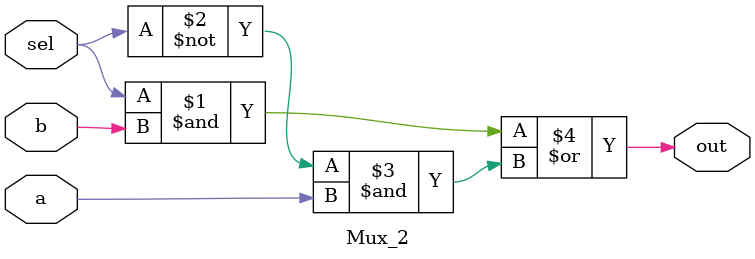
<source format=v>
module Mux_2 (
	input a,
	input b,
	input sel,
	output out
);

	assign out = (sel & b) | (~sel & a);
	
endmodule
</source>
